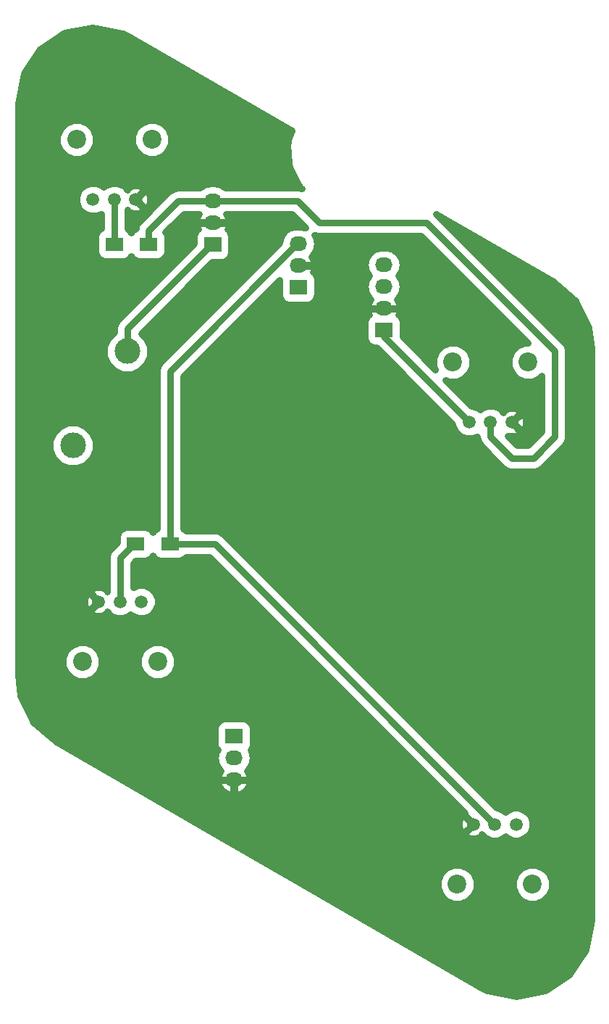
<source format=gbl>
%TF.GenerationSoftware,KiCad,Pcbnew,(2015-12-01 BZR 82, Git 6f5a49b)-brewed_product*%
%TF.CreationDate,2015-12-17T03:34:39-07:00*%
%TF.ProjectId,EMG Humbuckers,454D472048756D6275636B6572732E6B,rev?*%
%TF.FileFunction,Copper,L2,Bot,Signal*%
%FSLAX46Y46*%
G04 Gerber Fmt 4.6, Leading zero omitted, Abs format (unit mm)*
G04 Created by KiCad (PCBNEW (2015-12-01 BZR 82, Git 6f5a49b)-brewed_product) date Thursday, 17 December 2015 'amt' 03:34:39*
%MOMM*%
G01*
G04 APERTURE LIST*
%ADD10C,0.127000*%
%ADD11C,3.000000*%
%ADD12R,2.000000X1.600000*%
%ADD13R,2.032000X1.727200*%
%ADD14O,2.032000X1.727200*%
%ADD15C,1.500000*%
%ADD16C,2.200000*%
%ADD17C,0.762000*%
G04 APERTURE END LIST*
D10*
D11*
X92500000Y-77500000D03*
X86150000Y-88498523D03*
D12*
X91000000Y-65000000D03*
X95000000Y-65000000D03*
X93500000Y-100000000D03*
X97500000Y-100000000D03*
D13*
X102500000Y-65040000D03*
D14*
X102500000Y-62500000D03*
X102500000Y-59960000D03*
D13*
X112500000Y-70040000D03*
D14*
X112500000Y-67500000D03*
X112500000Y-64960000D03*
D13*
X105000000Y-122460000D03*
D14*
X105000000Y-125000000D03*
X105000000Y-127540000D03*
D15*
X137490000Y-85780000D03*
X134990000Y-85780000D03*
X132490000Y-85780000D03*
D16*
X139390000Y-78780000D03*
X130590000Y-78780000D03*
D15*
X93510000Y-59780000D03*
X91010000Y-59780000D03*
X88510000Y-59780000D03*
D16*
X95410000Y-52780000D03*
X86610000Y-52780000D03*
D15*
X132980000Y-132720000D03*
X135480000Y-132720000D03*
X137980000Y-132720000D03*
D16*
X131080000Y-139720000D03*
X139880000Y-139720000D03*
D15*
X89170000Y-106750000D03*
X91670000Y-106750000D03*
X94170000Y-106750000D03*
D16*
X87270000Y-113750000D03*
X96070000Y-113750000D03*
D13*
X122500000Y-75040000D03*
D14*
X122500000Y-72500000D03*
X122500000Y-69960000D03*
X122500000Y-67420000D03*
D17*
X92500000Y-77500000D02*
X92500000Y-74887600D01*
X92500000Y-74887600D02*
X102347600Y-65040000D01*
X102347600Y-65040000D02*
X102500000Y-65040000D01*
X91000000Y-65000000D02*
X91000000Y-59790000D01*
X91000000Y-59790000D02*
X91010000Y-59780000D01*
X134990000Y-85780000D02*
X134990000Y-87490000D01*
X134990000Y-87490000D02*
X137500000Y-90000000D01*
X137500000Y-90000000D02*
X140000000Y-90000000D01*
X140000000Y-90000000D02*
X142500000Y-87500000D01*
X142500000Y-87500000D02*
X142500000Y-77500000D01*
X142500000Y-77500000D02*
X127500000Y-62500000D01*
X127500000Y-62500000D02*
X114949036Y-62500000D01*
X112409036Y-59960000D02*
X102500000Y-59960000D01*
X114949036Y-62500000D02*
X112409036Y-59960000D01*
X102500000Y-59960000D02*
X98478000Y-59960000D01*
X98478000Y-59960000D02*
X95000000Y-63438000D01*
X95000000Y-63438000D02*
X95000000Y-65000000D01*
X91670000Y-106750000D02*
X91670000Y-101630000D01*
X91670000Y-101630000D02*
X93300000Y-100000000D01*
X93300000Y-100000000D02*
X93500000Y-100000000D01*
X97500000Y-100000000D02*
X102760000Y-100000000D01*
X102760000Y-100000000D02*
X135480000Y-132720000D01*
X112500000Y-64960000D02*
X112347600Y-64960000D01*
X112347600Y-64960000D02*
X97500000Y-79807600D01*
X97500000Y-79807600D02*
X97500000Y-98438000D01*
X97500000Y-98438000D02*
X97500000Y-100000000D01*
X132490000Y-85780000D02*
X122500000Y-75790000D01*
X122500000Y-75790000D02*
X122500000Y-75040000D01*
G36*
X91944758Y-40353353D02*
X92982929Y-40867277D01*
X111741618Y-51691430D01*
X111338701Y-52869260D01*
X111338699Y-52869263D01*
X111338699Y-52869266D01*
X111338505Y-52869832D01*
X111307253Y-53102961D01*
X111275922Y-53335812D01*
X111275959Y-53336408D01*
X111275959Y-53336411D01*
X111275960Y-53336414D01*
X111416790Y-55583320D01*
X111416789Y-55583325D01*
X111537331Y-56038384D01*
X112527562Y-58060906D01*
X112527563Y-58060908D01*
X112588973Y-58141413D01*
X112813072Y-58435198D01*
X112813075Y-58435200D01*
X112931895Y-58540003D01*
X112409036Y-58436000D01*
X103956254Y-58436000D01*
X103462590Y-58106143D01*
X102694697Y-57953400D01*
X102305303Y-57953400D01*
X101537410Y-58106143D01*
X101043746Y-58436000D01*
X98478005Y-58436000D01*
X98478000Y-58435999D01*
X97894791Y-58552007D01*
X97400369Y-58882369D01*
X93922369Y-62360369D01*
X93592008Y-62854790D01*
X93535096Y-63140906D01*
X93187406Y-63364638D01*
X92998560Y-63641023D01*
X92835362Y-63387406D01*
X92524000Y-63174661D01*
X92524000Y-60943412D01*
X92542914Y-60924532D01*
X92579829Y-61168304D01*
X93181915Y-61418587D01*
X93833949Y-61419409D01*
X94436665Y-61170647D01*
X94440171Y-61168304D01*
X94488613Y-60848416D01*
X93510000Y-59869803D01*
X93495858Y-59883945D01*
X93406055Y-59794142D01*
X93420197Y-59780000D01*
X93599803Y-59780000D01*
X94578416Y-60758613D01*
X94898304Y-60710171D01*
X95148587Y-60108085D01*
X95149409Y-59456051D01*
X94900647Y-58853335D01*
X94898304Y-58849829D01*
X94578416Y-58801387D01*
X93599803Y-59780000D01*
X93420197Y-59780000D01*
X93406055Y-59765858D01*
X93495858Y-59676055D01*
X93510000Y-59690197D01*
X94488613Y-58711584D01*
X94440171Y-58391696D01*
X93838085Y-58141413D01*
X93186051Y-58140591D01*
X92583335Y-58389353D01*
X92579829Y-58391696D01*
X92542824Y-58636057D01*
X92083698Y-58176129D01*
X91388193Y-57887329D01*
X90635111Y-57886672D01*
X89939103Y-58174257D01*
X89760154Y-58352894D01*
X89583698Y-58176129D01*
X88888193Y-57887329D01*
X88135111Y-57886672D01*
X87439103Y-58174257D01*
X86906129Y-58706302D01*
X86617329Y-59401807D01*
X86616672Y-60154889D01*
X86904257Y-60850897D01*
X87436302Y-61383871D01*
X88131807Y-61672671D01*
X88884889Y-61673328D01*
X89476000Y-61429086D01*
X89476000Y-63178933D01*
X89187406Y-63364638D01*
X88926424Y-63746597D01*
X88834608Y-64200000D01*
X88834608Y-65800000D01*
X88914308Y-66223570D01*
X89164638Y-66612594D01*
X89546597Y-66873576D01*
X90000000Y-66965392D01*
X92000000Y-66965392D01*
X92423570Y-66885692D01*
X92812594Y-66635362D01*
X93001440Y-66358977D01*
X93164638Y-66612594D01*
X93546597Y-66873576D01*
X94000000Y-66965392D01*
X96000000Y-66965392D01*
X96423570Y-66885692D01*
X96812594Y-66635362D01*
X97073576Y-66253403D01*
X97165392Y-65800000D01*
X97165392Y-64200000D01*
X97085692Y-63776430D01*
X96980424Y-63612838D01*
X99109262Y-61484000D01*
X100953366Y-61484000D01*
X100704109Y-61887975D01*
X100627648Y-62163295D01*
X100818568Y-62436500D01*
X102436500Y-62436500D01*
X102436500Y-62416500D01*
X102563500Y-62416500D01*
X102563500Y-62436500D01*
X104181432Y-62436500D01*
X104372352Y-62163295D01*
X104295891Y-61887975D01*
X104046634Y-61484000D01*
X111777774Y-61484000D01*
X113384356Y-63090581D01*
X112694697Y-62953400D01*
X112305303Y-62953400D01*
X111537410Y-63106143D01*
X110886423Y-63541120D01*
X110451446Y-64192107D01*
X110325114Y-64827224D01*
X96422369Y-78729969D01*
X96092008Y-79224390D01*
X95976000Y-79807600D01*
X95976000Y-98178933D01*
X95687406Y-98364638D01*
X95498560Y-98641023D01*
X95335362Y-98387406D01*
X94953403Y-98126424D01*
X94500000Y-98034608D01*
X92500000Y-98034608D01*
X92076430Y-98114308D01*
X91687406Y-98364638D01*
X91426424Y-98746597D01*
X91334608Y-99200000D01*
X91334608Y-99810130D01*
X90592369Y-100552369D01*
X90262008Y-101046790D01*
X90146000Y-101630000D01*
X90146000Y-105596570D01*
X90137086Y-105605468D01*
X90100171Y-105361696D01*
X89498085Y-105111413D01*
X88846051Y-105110591D01*
X88243335Y-105359353D01*
X88239829Y-105361696D01*
X88191387Y-105681584D01*
X89170000Y-106660197D01*
X89184142Y-106646055D01*
X89273945Y-106735858D01*
X89259803Y-106750000D01*
X89273945Y-106764142D01*
X89184142Y-106853945D01*
X89170000Y-106839803D01*
X88191387Y-107818416D01*
X88239829Y-108138304D01*
X88841915Y-108388587D01*
X89493949Y-108389409D01*
X90096665Y-108140647D01*
X90100171Y-108138304D01*
X90137176Y-107893943D01*
X90596302Y-108353871D01*
X91291807Y-108642671D01*
X92044889Y-108643328D01*
X92740897Y-108355743D01*
X92919846Y-108177106D01*
X93096302Y-108353871D01*
X93791807Y-108642671D01*
X94544889Y-108643328D01*
X95240897Y-108355743D01*
X95773871Y-107823698D01*
X96062671Y-107128193D01*
X96063328Y-106375111D01*
X95775743Y-105679103D01*
X95243698Y-105146129D01*
X94548193Y-104857329D01*
X93795111Y-104856672D01*
X93194000Y-105105046D01*
X93194000Y-102261262D01*
X93489870Y-101965392D01*
X94500000Y-101965392D01*
X94923570Y-101885692D01*
X95312594Y-101635362D01*
X95501440Y-101358977D01*
X95664638Y-101612594D01*
X96046597Y-101873576D01*
X96500000Y-101965392D01*
X98500000Y-101965392D01*
X98923570Y-101885692D01*
X99312594Y-101635362D01*
X99388685Y-101524000D01*
X102128738Y-101524000D01*
X132034916Y-131430178D01*
X132001387Y-131651584D01*
X132980000Y-132630197D01*
X132994142Y-132616055D01*
X133083945Y-132705858D01*
X133069803Y-132720000D01*
X133083945Y-132734142D01*
X132994142Y-132823945D01*
X132980000Y-132809803D01*
X132001387Y-133788416D01*
X132049829Y-134108304D01*
X132651915Y-134358587D01*
X133303949Y-134359409D01*
X133906665Y-134110647D01*
X133910171Y-134108304D01*
X133947176Y-133863943D01*
X134406302Y-134323871D01*
X135101807Y-134612671D01*
X135854889Y-134613328D01*
X136550897Y-134325743D01*
X136729846Y-134147106D01*
X136906302Y-134323871D01*
X137601807Y-134612671D01*
X138354889Y-134613328D01*
X139050897Y-134325743D01*
X139583871Y-133793698D01*
X139872671Y-133098193D01*
X139873328Y-132345111D01*
X139585743Y-131649103D01*
X139053698Y-131116129D01*
X138358193Y-130827329D01*
X137605111Y-130826672D01*
X136909103Y-131114257D01*
X136730154Y-131292894D01*
X136553698Y-131116129D01*
X135858193Y-130827329D01*
X135742490Y-130827228D01*
X103837631Y-98922369D01*
X103574569Y-98746597D01*
X103343210Y-98592008D01*
X102760000Y-98476000D01*
X99392371Y-98476000D01*
X99335362Y-98387406D01*
X99024000Y-98174661D01*
X99024000Y-80438862D01*
X110326771Y-69136091D01*
X110318608Y-69176400D01*
X110318608Y-70903600D01*
X110398308Y-71327170D01*
X110648638Y-71716194D01*
X111030597Y-71977176D01*
X111484000Y-72068992D01*
X113516000Y-72068992D01*
X113939570Y-71989292D01*
X114328594Y-71738962D01*
X114589576Y-71357003D01*
X114681392Y-70903600D01*
X114681392Y-69176400D01*
X114601692Y-68752830D01*
X114351362Y-68363806D01*
X114203061Y-68262476D01*
X114295891Y-68112025D01*
X114372352Y-67836705D01*
X114181432Y-67563500D01*
X112563500Y-67563500D01*
X112563500Y-67583500D01*
X112436500Y-67583500D01*
X112436500Y-67563500D01*
X112416500Y-67563500D01*
X112416500Y-67436500D01*
X112436500Y-67436500D01*
X112436500Y-67416500D01*
X112563500Y-67416500D01*
X112563500Y-67436500D01*
X114181432Y-67436500D01*
X114192962Y-67420000D01*
X120298703Y-67420000D01*
X120451446Y-68187893D01*
X120786944Y-68690000D01*
X120451446Y-69192107D01*
X120298703Y-69960000D01*
X120451446Y-70727893D01*
X120886423Y-71378880D01*
X120979749Y-71441239D01*
X120704109Y-71887975D01*
X120627648Y-72163295D01*
X120818568Y-72436500D01*
X122436500Y-72436500D01*
X122436500Y-72416500D01*
X122563500Y-72416500D01*
X122563500Y-72436500D01*
X124181432Y-72436500D01*
X124372352Y-72163295D01*
X124295891Y-71887975D01*
X124020251Y-71441239D01*
X124113577Y-71378880D01*
X124548554Y-70727893D01*
X124701297Y-69960000D01*
X124548554Y-69192107D01*
X124213056Y-68690000D01*
X124548554Y-68187893D01*
X124701297Y-67420000D01*
X124548554Y-66652107D01*
X124113577Y-66001120D01*
X123462590Y-65566143D01*
X122694697Y-65413400D01*
X122305303Y-65413400D01*
X121537410Y-65566143D01*
X120886423Y-66001120D01*
X120451446Y-66652107D01*
X120298703Y-67420000D01*
X114192962Y-67420000D01*
X114372352Y-67163295D01*
X114295891Y-66887975D01*
X114020251Y-66441239D01*
X114113577Y-66378880D01*
X114548554Y-65727893D01*
X114701297Y-64960000D01*
X114548554Y-64192107D01*
X114352977Y-63899407D01*
X114365826Y-63907992D01*
X114949036Y-64024000D01*
X126868738Y-64024000D01*
X139381730Y-76536992D01*
X138945797Y-76536611D01*
X138121102Y-76877368D01*
X137489586Y-77507784D01*
X137147390Y-78331882D01*
X137146611Y-79224203D01*
X137487368Y-80048898D01*
X138117784Y-80680414D01*
X138941882Y-81022610D01*
X139834203Y-81023389D01*
X140658898Y-80682632D01*
X140976000Y-80366082D01*
X140976000Y-86868738D01*
X139368738Y-88476000D01*
X138131262Y-88476000D01*
X137011196Y-87355934D01*
X137161915Y-87418587D01*
X137813949Y-87419409D01*
X138416665Y-87170647D01*
X138420171Y-87168304D01*
X138468613Y-86848416D01*
X137490000Y-85869803D01*
X137475858Y-85883945D01*
X137386055Y-85794142D01*
X137400197Y-85780000D01*
X137579803Y-85780000D01*
X138558416Y-86758613D01*
X138878304Y-86710171D01*
X139128587Y-86108085D01*
X139129409Y-85456051D01*
X138880647Y-84853335D01*
X138878304Y-84849829D01*
X138558416Y-84801387D01*
X137579803Y-85780000D01*
X137400197Y-85780000D01*
X137386055Y-85765858D01*
X137475858Y-85676055D01*
X137490000Y-85690197D01*
X138468613Y-84711584D01*
X138420171Y-84391696D01*
X137818085Y-84141413D01*
X137166051Y-84140591D01*
X136563335Y-84389353D01*
X136559829Y-84391696D01*
X136522824Y-84636057D01*
X136063698Y-84176129D01*
X135368193Y-83887329D01*
X134615111Y-83886672D01*
X133919103Y-84174257D01*
X133740154Y-84352894D01*
X133563698Y-84176129D01*
X132868193Y-83887329D01*
X132752489Y-83887228D01*
X129707500Y-80842238D01*
X130141882Y-81022610D01*
X131034203Y-81023389D01*
X131858898Y-80682632D01*
X132490414Y-80052216D01*
X132832610Y-79228118D01*
X132833389Y-78335797D01*
X132492632Y-77511102D01*
X131862216Y-76879586D01*
X131038118Y-76537390D01*
X130145797Y-76536611D01*
X129321102Y-76877368D01*
X128689586Y-77507784D01*
X128347390Y-78331882D01*
X128346611Y-79224203D01*
X128527676Y-79662415D01*
X124681392Y-75816130D01*
X124681392Y-74176400D01*
X124601692Y-73752830D01*
X124351362Y-73363806D01*
X124203061Y-73262476D01*
X124295891Y-73112025D01*
X124372352Y-72836705D01*
X124181432Y-72563500D01*
X122563500Y-72563500D01*
X122563500Y-72583500D01*
X122436500Y-72583500D01*
X122436500Y-72563500D01*
X120818568Y-72563500D01*
X120627648Y-72836705D01*
X120704109Y-73112025D01*
X120795960Y-73260890D01*
X120671406Y-73341038D01*
X120410424Y-73722997D01*
X120318608Y-74176400D01*
X120318608Y-75903600D01*
X120398308Y-76327170D01*
X120648638Y-76716194D01*
X121030597Y-76977176D01*
X121484000Y-77068992D01*
X121623730Y-77068992D01*
X130596770Y-86042032D01*
X130596672Y-86154889D01*
X130884257Y-86850897D01*
X131416302Y-87383871D01*
X132111807Y-87672671D01*
X132864889Y-87673328D01*
X133466000Y-87424954D01*
X133466000Y-87490000D01*
X133582008Y-88073210D01*
X133588690Y-88083210D01*
X133912369Y-88567631D01*
X136422369Y-91077631D01*
X136916790Y-91407992D01*
X137500000Y-91524000D01*
X140000000Y-91524000D01*
X140583210Y-91407992D01*
X141077631Y-91077631D01*
X143577631Y-88577631D01*
X143907993Y-88083209D01*
X144024000Y-87500000D01*
X144024000Y-77500000D01*
X143907992Y-76916790D01*
X143577631Y-76422369D01*
X143577628Y-76422367D01*
X128595049Y-61439787D01*
X142289252Y-69337100D01*
X144960390Y-71670281D01*
X146503711Y-74784265D01*
X146814035Y-77123505D01*
X146814035Y-143924998D01*
X146122832Y-147399905D01*
X144221765Y-150245055D01*
X141376616Y-152146122D01*
X138020535Y-152813689D01*
X134585777Y-152130472D01*
X133571731Y-151628491D01*
X113715024Y-140164203D01*
X128836611Y-140164203D01*
X129177368Y-140988898D01*
X129807784Y-141620414D01*
X130631882Y-141962610D01*
X131524203Y-141963389D01*
X132348898Y-141622632D01*
X132980414Y-140992216D01*
X133322610Y-140168118D01*
X133322613Y-140164203D01*
X137636611Y-140164203D01*
X137977368Y-140988898D01*
X138607784Y-141620414D01*
X139431882Y-141962610D01*
X140324203Y-141963389D01*
X141148898Y-141622632D01*
X141780414Y-140992216D01*
X142122610Y-140168118D01*
X142123389Y-139275797D01*
X141782632Y-138451102D01*
X141152216Y-137819586D01*
X140328118Y-137477390D01*
X139435797Y-137476611D01*
X138611102Y-137817368D01*
X137979586Y-138447784D01*
X137637390Y-139271882D01*
X137636611Y-140164203D01*
X133322613Y-140164203D01*
X133323389Y-139275797D01*
X132982632Y-138451102D01*
X132352216Y-137819586D01*
X131528118Y-137477390D01*
X130635797Y-137476611D01*
X129811102Y-137817368D01*
X129179586Y-138447784D01*
X128837390Y-139271882D01*
X128836611Y-140164203D01*
X113715024Y-140164203D01*
X101382395Y-133043949D01*
X131340591Y-133043949D01*
X131589353Y-133646665D01*
X131591696Y-133650171D01*
X131911584Y-133698613D01*
X132890197Y-132720000D01*
X131911584Y-131741387D01*
X131591696Y-131789829D01*
X131341413Y-132391915D01*
X131340591Y-133043949D01*
X101382395Y-133043949D01*
X92432475Y-127876705D01*
X103127648Y-127876705D01*
X103204109Y-128152025D01*
X103563424Y-128734374D01*
X104118243Y-129134891D01*
X104784100Y-129292600D01*
X104936500Y-129292600D01*
X104936500Y-127603500D01*
X105063500Y-127603500D01*
X105063500Y-129292600D01*
X105215900Y-129292600D01*
X105881757Y-129134891D01*
X106436576Y-128734374D01*
X106795891Y-128152025D01*
X106872352Y-127876705D01*
X106681432Y-127603500D01*
X105063500Y-127603500D01*
X104936500Y-127603500D01*
X103318568Y-127603500D01*
X103127648Y-127876705D01*
X92432475Y-127876705D01*
X87449881Y-125000000D01*
X102798703Y-125000000D01*
X102951446Y-125767893D01*
X103386423Y-126418880D01*
X103479749Y-126481239D01*
X103204109Y-126927975D01*
X103127648Y-127203295D01*
X103318568Y-127476500D01*
X104936500Y-127476500D01*
X104936500Y-127456500D01*
X105063500Y-127456500D01*
X105063500Y-127476500D01*
X106681432Y-127476500D01*
X106872352Y-127203295D01*
X106795891Y-126927975D01*
X106520251Y-126481239D01*
X106613577Y-126418880D01*
X107048554Y-125767893D01*
X107201297Y-125000000D01*
X107048554Y-124232107D01*
X106915092Y-124032368D01*
X107089576Y-123777003D01*
X107181392Y-123323600D01*
X107181392Y-121596400D01*
X107101692Y-121172830D01*
X106851362Y-120783806D01*
X106469403Y-120522824D01*
X106016000Y-120431008D01*
X103984000Y-120431008D01*
X103560430Y-120510708D01*
X103171406Y-120761038D01*
X102910424Y-121142997D01*
X102818608Y-121596400D01*
X102818608Y-123323600D01*
X102898308Y-123747170D01*
X103083339Y-124034716D01*
X102951446Y-124232107D01*
X102798703Y-125000000D01*
X87449881Y-125000000D01*
X84243944Y-123149050D01*
X81570144Y-120813542D01*
X80026824Y-117699560D01*
X79716500Y-115360320D01*
X79716500Y-114194203D01*
X85026611Y-114194203D01*
X85367368Y-115018898D01*
X85997784Y-115650414D01*
X86821882Y-115992610D01*
X87714203Y-115993389D01*
X88538898Y-115652632D01*
X89170414Y-115022216D01*
X89512610Y-114198118D01*
X89512613Y-114194203D01*
X93826611Y-114194203D01*
X94167368Y-115018898D01*
X94797784Y-115650414D01*
X95621882Y-115992610D01*
X96514203Y-115993389D01*
X97338898Y-115652632D01*
X97970414Y-115022216D01*
X98312610Y-114198118D01*
X98313389Y-113305797D01*
X97972632Y-112481102D01*
X97342216Y-111849586D01*
X96518118Y-111507390D01*
X95625797Y-111506611D01*
X94801102Y-111847368D01*
X94169586Y-112477784D01*
X93827390Y-113301882D01*
X93826611Y-114194203D01*
X89512613Y-114194203D01*
X89513389Y-113305797D01*
X89172632Y-112481102D01*
X88542216Y-111849586D01*
X87718118Y-111507390D01*
X86825797Y-111506611D01*
X86001102Y-111847368D01*
X85369586Y-112477784D01*
X85027390Y-113301882D01*
X85026611Y-114194203D01*
X79716500Y-114194203D01*
X79716500Y-107073949D01*
X87530591Y-107073949D01*
X87779353Y-107676665D01*
X87781696Y-107680171D01*
X88101584Y-107728613D01*
X89080197Y-106750000D01*
X88101584Y-105771387D01*
X87781696Y-105819829D01*
X87531413Y-106421915D01*
X87530591Y-107073949D01*
X79716500Y-107073949D01*
X79716500Y-89021942D01*
X83506543Y-89021942D01*
X83908068Y-89993706D01*
X84650906Y-90737842D01*
X85621968Y-91141063D01*
X86673419Y-91141980D01*
X87645183Y-90740455D01*
X88389319Y-89997617D01*
X88792540Y-89026555D01*
X88793457Y-87975104D01*
X88391932Y-87003340D01*
X87649094Y-86259204D01*
X86678032Y-85855983D01*
X85626581Y-85855066D01*
X84654817Y-86256591D01*
X83910681Y-86999429D01*
X83507460Y-87970491D01*
X83506543Y-89021942D01*
X79716500Y-89021942D01*
X79716500Y-78023419D01*
X89856543Y-78023419D01*
X90258068Y-78995183D01*
X91000906Y-79739319D01*
X91971968Y-80142540D01*
X93023419Y-80143457D01*
X93995183Y-79741932D01*
X94739319Y-78999094D01*
X95142540Y-78028032D01*
X95143457Y-76976581D01*
X94741932Y-76004817D01*
X94140514Y-75402348D01*
X102473869Y-67068992D01*
X103516000Y-67068992D01*
X103939570Y-66989292D01*
X104328594Y-66738962D01*
X104589576Y-66357003D01*
X104681392Y-65903600D01*
X104681392Y-64176400D01*
X104601692Y-63752830D01*
X104351362Y-63363806D01*
X104203061Y-63262476D01*
X104295891Y-63112025D01*
X104372352Y-62836705D01*
X104181432Y-62563500D01*
X102563500Y-62563500D01*
X102563500Y-62583500D01*
X102436500Y-62583500D01*
X102436500Y-62563500D01*
X100818568Y-62563500D01*
X100627648Y-62836705D01*
X100704109Y-63112025D01*
X100795960Y-63260890D01*
X100671406Y-63341038D01*
X100410424Y-63722997D01*
X100318608Y-64176400D01*
X100318608Y-64913731D01*
X91422369Y-73809969D01*
X91092008Y-74304390D01*
X90976000Y-74887600D01*
X90976000Y-75286835D01*
X90260681Y-76000906D01*
X89857460Y-76971968D01*
X89856543Y-78023419D01*
X79716500Y-78023419D01*
X79716500Y-53224203D01*
X84366611Y-53224203D01*
X84707368Y-54048898D01*
X85337784Y-54680414D01*
X86161882Y-55022610D01*
X87054203Y-55023389D01*
X87878898Y-54682632D01*
X88510414Y-54052216D01*
X88852610Y-53228118D01*
X88852613Y-53224203D01*
X93166611Y-53224203D01*
X93507368Y-54048898D01*
X94137784Y-54680414D01*
X94961882Y-55022610D01*
X95854203Y-55023389D01*
X96678898Y-54682632D01*
X97310414Y-54052216D01*
X97652610Y-53228118D01*
X97653389Y-52335797D01*
X97312632Y-51511102D01*
X96682216Y-50879586D01*
X95858118Y-50537390D01*
X94965797Y-50536611D01*
X94141102Y-50877368D01*
X93509586Y-51507784D01*
X93167390Y-52331882D01*
X93166611Y-53224203D01*
X88852613Y-53224203D01*
X88853389Y-52335797D01*
X88512632Y-51511102D01*
X87882216Y-50879586D01*
X87058118Y-50537390D01*
X86165797Y-50536611D01*
X85341102Y-50877368D01*
X84709586Y-51507784D01*
X84367390Y-52331882D01*
X84366611Y-53224203D01*
X79716500Y-53224203D01*
X79716500Y-48558828D01*
X80407703Y-45083919D01*
X82308770Y-42238770D01*
X85153920Y-40337703D01*
X88510000Y-39670136D01*
X91944758Y-40353353D01*
X91944758Y-40353353D01*
G37*
X91944758Y-40353353D02*
X92982929Y-40867277D01*
X111741618Y-51691430D01*
X111338701Y-52869260D01*
X111338699Y-52869263D01*
X111338699Y-52869266D01*
X111338505Y-52869832D01*
X111307253Y-53102961D01*
X111275922Y-53335812D01*
X111275959Y-53336408D01*
X111275959Y-53336411D01*
X111275960Y-53336414D01*
X111416790Y-55583320D01*
X111416789Y-55583325D01*
X111537331Y-56038384D01*
X112527562Y-58060906D01*
X112527563Y-58060908D01*
X112588973Y-58141413D01*
X112813072Y-58435198D01*
X112813075Y-58435200D01*
X112931895Y-58540003D01*
X112409036Y-58436000D01*
X103956254Y-58436000D01*
X103462590Y-58106143D01*
X102694697Y-57953400D01*
X102305303Y-57953400D01*
X101537410Y-58106143D01*
X101043746Y-58436000D01*
X98478005Y-58436000D01*
X98478000Y-58435999D01*
X97894791Y-58552007D01*
X97400369Y-58882369D01*
X93922369Y-62360369D01*
X93592008Y-62854790D01*
X93535096Y-63140906D01*
X93187406Y-63364638D01*
X92998560Y-63641023D01*
X92835362Y-63387406D01*
X92524000Y-63174661D01*
X92524000Y-60943412D01*
X92542914Y-60924532D01*
X92579829Y-61168304D01*
X93181915Y-61418587D01*
X93833949Y-61419409D01*
X94436665Y-61170647D01*
X94440171Y-61168304D01*
X94488613Y-60848416D01*
X93510000Y-59869803D01*
X93495858Y-59883945D01*
X93406055Y-59794142D01*
X93420197Y-59780000D01*
X93599803Y-59780000D01*
X94578416Y-60758613D01*
X94898304Y-60710171D01*
X95148587Y-60108085D01*
X95149409Y-59456051D01*
X94900647Y-58853335D01*
X94898304Y-58849829D01*
X94578416Y-58801387D01*
X93599803Y-59780000D01*
X93420197Y-59780000D01*
X93406055Y-59765858D01*
X93495858Y-59676055D01*
X93510000Y-59690197D01*
X94488613Y-58711584D01*
X94440171Y-58391696D01*
X93838085Y-58141413D01*
X93186051Y-58140591D01*
X92583335Y-58389353D01*
X92579829Y-58391696D01*
X92542824Y-58636057D01*
X92083698Y-58176129D01*
X91388193Y-57887329D01*
X90635111Y-57886672D01*
X89939103Y-58174257D01*
X89760154Y-58352894D01*
X89583698Y-58176129D01*
X88888193Y-57887329D01*
X88135111Y-57886672D01*
X87439103Y-58174257D01*
X86906129Y-58706302D01*
X86617329Y-59401807D01*
X86616672Y-60154889D01*
X86904257Y-60850897D01*
X87436302Y-61383871D01*
X88131807Y-61672671D01*
X88884889Y-61673328D01*
X89476000Y-61429086D01*
X89476000Y-63178933D01*
X89187406Y-63364638D01*
X88926424Y-63746597D01*
X88834608Y-64200000D01*
X88834608Y-65800000D01*
X88914308Y-66223570D01*
X89164638Y-66612594D01*
X89546597Y-66873576D01*
X90000000Y-66965392D01*
X92000000Y-66965392D01*
X92423570Y-66885692D01*
X92812594Y-66635362D01*
X93001440Y-66358977D01*
X93164638Y-66612594D01*
X93546597Y-66873576D01*
X94000000Y-66965392D01*
X96000000Y-66965392D01*
X96423570Y-66885692D01*
X96812594Y-66635362D01*
X97073576Y-66253403D01*
X97165392Y-65800000D01*
X97165392Y-64200000D01*
X97085692Y-63776430D01*
X96980424Y-63612838D01*
X99109262Y-61484000D01*
X100953366Y-61484000D01*
X100704109Y-61887975D01*
X100627648Y-62163295D01*
X100818568Y-62436500D01*
X102436500Y-62436500D01*
X102436500Y-62416500D01*
X102563500Y-62416500D01*
X102563500Y-62436500D01*
X104181432Y-62436500D01*
X104372352Y-62163295D01*
X104295891Y-61887975D01*
X104046634Y-61484000D01*
X111777774Y-61484000D01*
X113384356Y-63090581D01*
X112694697Y-62953400D01*
X112305303Y-62953400D01*
X111537410Y-63106143D01*
X110886423Y-63541120D01*
X110451446Y-64192107D01*
X110325114Y-64827224D01*
X96422369Y-78729969D01*
X96092008Y-79224390D01*
X95976000Y-79807600D01*
X95976000Y-98178933D01*
X95687406Y-98364638D01*
X95498560Y-98641023D01*
X95335362Y-98387406D01*
X94953403Y-98126424D01*
X94500000Y-98034608D01*
X92500000Y-98034608D01*
X92076430Y-98114308D01*
X91687406Y-98364638D01*
X91426424Y-98746597D01*
X91334608Y-99200000D01*
X91334608Y-99810130D01*
X90592369Y-100552369D01*
X90262008Y-101046790D01*
X90146000Y-101630000D01*
X90146000Y-105596570D01*
X90137086Y-105605468D01*
X90100171Y-105361696D01*
X89498085Y-105111413D01*
X88846051Y-105110591D01*
X88243335Y-105359353D01*
X88239829Y-105361696D01*
X88191387Y-105681584D01*
X89170000Y-106660197D01*
X89184142Y-106646055D01*
X89273945Y-106735858D01*
X89259803Y-106750000D01*
X89273945Y-106764142D01*
X89184142Y-106853945D01*
X89170000Y-106839803D01*
X88191387Y-107818416D01*
X88239829Y-108138304D01*
X88841915Y-108388587D01*
X89493949Y-108389409D01*
X90096665Y-108140647D01*
X90100171Y-108138304D01*
X90137176Y-107893943D01*
X90596302Y-108353871D01*
X91291807Y-108642671D01*
X92044889Y-108643328D01*
X92740897Y-108355743D01*
X92919846Y-108177106D01*
X93096302Y-108353871D01*
X93791807Y-108642671D01*
X94544889Y-108643328D01*
X95240897Y-108355743D01*
X95773871Y-107823698D01*
X96062671Y-107128193D01*
X96063328Y-106375111D01*
X95775743Y-105679103D01*
X95243698Y-105146129D01*
X94548193Y-104857329D01*
X93795111Y-104856672D01*
X93194000Y-105105046D01*
X93194000Y-102261262D01*
X93489870Y-101965392D01*
X94500000Y-101965392D01*
X94923570Y-101885692D01*
X95312594Y-101635362D01*
X95501440Y-101358977D01*
X95664638Y-101612594D01*
X96046597Y-101873576D01*
X96500000Y-101965392D01*
X98500000Y-101965392D01*
X98923570Y-101885692D01*
X99312594Y-101635362D01*
X99388685Y-101524000D01*
X102128738Y-101524000D01*
X132034916Y-131430178D01*
X132001387Y-131651584D01*
X132980000Y-132630197D01*
X132994142Y-132616055D01*
X133083945Y-132705858D01*
X133069803Y-132720000D01*
X133083945Y-132734142D01*
X132994142Y-132823945D01*
X132980000Y-132809803D01*
X132001387Y-133788416D01*
X132049829Y-134108304D01*
X132651915Y-134358587D01*
X133303949Y-134359409D01*
X133906665Y-134110647D01*
X133910171Y-134108304D01*
X133947176Y-133863943D01*
X134406302Y-134323871D01*
X135101807Y-134612671D01*
X135854889Y-134613328D01*
X136550897Y-134325743D01*
X136729846Y-134147106D01*
X136906302Y-134323871D01*
X137601807Y-134612671D01*
X138354889Y-134613328D01*
X139050897Y-134325743D01*
X139583871Y-133793698D01*
X139872671Y-133098193D01*
X139873328Y-132345111D01*
X139585743Y-131649103D01*
X139053698Y-131116129D01*
X138358193Y-130827329D01*
X137605111Y-130826672D01*
X136909103Y-131114257D01*
X136730154Y-131292894D01*
X136553698Y-131116129D01*
X135858193Y-130827329D01*
X135742490Y-130827228D01*
X103837631Y-98922369D01*
X103574569Y-98746597D01*
X103343210Y-98592008D01*
X102760000Y-98476000D01*
X99392371Y-98476000D01*
X99335362Y-98387406D01*
X99024000Y-98174661D01*
X99024000Y-80438862D01*
X110326771Y-69136091D01*
X110318608Y-69176400D01*
X110318608Y-70903600D01*
X110398308Y-71327170D01*
X110648638Y-71716194D01*
X111030597Y-71977176D01*
X111484000Y-72068992D01*
X113516000Y-72068992D01*
X113939570Y-71989292D01*
X114328594Y-71738962D01*
X114589576Y-71357003D01*
X114681392Y-70903600D01*
X114681392Y-69176400D01*
X114601692Y-68752830D01*
X114351362Y-68363806D01*
X114203061Y-68262476D01*
X114295891Y-68112025D01*
X114372352Y-67836705D01*
X114181432Y-67563500D01*
X112563500Y-67563500D01*
X112563500Y-67583500D01*
X112436500Y-67583500D01*
X112436500Y-67563500D01*
X112416500Y-67563500D01*
X112416500Y-67436500D01*
X112436500Y-67436500D01*
X112436500Y-67416500D01*
X112563500Y-67416500D01*
X112563500Y-67436500D01*
X114181432Y-67436500D01*
X114192962Y-67420000D01*
X120298703Y-67420000D01*
X120451446Y-68187893D01*
X120786944Y-68690000D01*
X120451446Y-69192107D01*
X120298703Y-69960000D01*
X120451446Y-70727893D01*
X120886423Y-71378880D01*
X120979749Y-71441239D01*
X120704109Y-71887975D01*
X120627648Y-72163295D01*
X120818568Y-72436500D01*
X122436500Y-72436500D01*
X122436500Y-72416500D01*
X122563500Y-72416500D01*
X122563500Y-72436500D01*
X124181432Y-72436500D01*
X124372352Y-72163295D01*
X124295891Y-71887975D01*
X124020251Y-71441239D01*
X124113577Y-71378880D01*
X124548554Y-70727893D01*
X124701297Y-69960000D01*
X124548554Y-69192107D01*
X124213056Y-68690000D01*
X124548554Y-68187893D01*
X124701297Y-67420000D01*
X124548554Y-66652107D01*
X124113577Y-66001120D01*
X123462590Y-65566143D01*
X122694697Y-65413400D01*
X122305303Y-65413400D01*
X121537410Y-65566143D01*
X120886423Y-66001120D01*
X120451446Y-66652107D01*
X120298703Y-67420000D01*
X114192962Y-67420000D01*
X114372352Y-67163295D01*
X114295891Y-66887975D01*
X114020251Y-66441239D01*
X114113577Y-66378880D01*
X114548554Y-65727893D01*
X114701297Y-64960000D01*
X114548554Y-64192107D01*
X114352977Y-63899407D01*
X114365826Y-63907992D01*
X114949036Y-64024000D01*
X126868738Y-64024000D01*
X139381730Y-76536992D01*
X138945797Y-76536611D01*
X138121102Y-76877368D01*
X137489586Y-77507784D01*
X137147390Y-78331882D01*
X137146611Y-79224203D01*
X137487368Y-80048898D01*
X138117784Y-80680414D01*
X138941882Y-81022610D01*
X139834203Y-81023389D01*
X140658898Y-80682632D01*
X140976000Y-80366082D01*
X140976000Y-86868738D01*
X139368738Y-88476000D01*
X138131262Y-88476000D01*
X137011196Y-87355934D01*
X137161915Y-87418587D01*
X137813949Y-87419409D01*
X138416665Y-87170647D01*
X138420171Y-87168304D01*
X138468613Y-86848416D01*
X137490000Y-85869803D01*
X137475858Y-85883945D01*
X137386055Y-85794142D01*
X137400197Y-85780000D01*
X137579803Y-85780000D01*
X138558416Y-86758613D01*
X138878304Y-86710171D01*
X139128587Y-86108085D01*
X139129409Y-85456051D01*
X138880647Y-84853335D01*
X138878304Y-84849829D01*
X138558416Y-84801387D01*
X137579803Y-85780000D01*
X137400197Y-85780000D01*
X137386055Y-85765858D01*
X137475858Y-85676055D01*
X137490000Y-85690197D01*
X138468613Y-84711584D01*
X138420171Y-84391696D01*
X137818085Y-84141413D01*
X137166051Y-84140591D01*
X136563335Y-84389353D01*
X136559829Y-84391696D01*
X136522824Y-84636057D01*
X136063698Y-84176129D01*
X135368193Y-83887329D01*
X134615111Y-83886672D01*
X133919103Y-84174257D01*
X133740154Y-84352894D01*
X133563698Y-84176129D01*
X132868193Y-83887329D01*
X132752489Y-83887228D01*
X129707500Y-80842238D01*
X130141882Y-81022610D01*
X131034203Y-81023389D01*
X131858898Y-80682632D01*
X132490414Y-80052216D01*
X132832610Y-79228118D01*
X132833389Y-78335797D01*
X132492632Y-77511102D01*
X131862216Y-76879586D01*
X131038118Y-76537390D01*
X130145797Y-76536611D01*
X129321102Y-76877368D01*
X128689586Y-77507784D01*
X128347390Y-78331882D01*
X128346611Y-79224203D01*
X128527676Y-79662415D01*
X124681392Y-75816130D01*
X124681392Y-74176400D01*
X124601692Y-73752830D01*
X124351362Y-73363806D01*
X124203061Y-73262476D01*
X124295891Y-73112025D01*
X124372352Y-72836705D01*
X124181432Y-72563500D01*
X122563500Y-72563500D01*
X122563500Y-72583500D01*
X122436500Y-72583500D01*
X122436500Y-72563500D01*
X120818568Y-72563500D01*
X120627648Y-72836705D01*
X120704109Y-73112025D01*
X120795960Y-73260890D01*
X120671406Y-73341038D01*
X120410424Y-73722997D01*
X120318608Y-74176400D01*
X120318608Y-75903600D01*
X120398308Y-76327170D01*
X120648638Y-76716194D01*
X121030597Y-76977176D01*
X121484000Y-77068992D01*
X121623730Y-77068992D01*
X130596770Y-86042032D01*
X130596672Y-86154889D01*
X130884257Y-86850897D01*
X131416302Y-87383871D01*
X132111807Y-87672671D01*
X132864889Y-87673328D01*
X133466000Y-87424954D01*
X133466000Y-87490000D01*
X133582008Y-88073210D01*
X133588690Y-88083210D01*
X133912369Y-88567631D01*
X136422369Y-91077631D01*
X136916790Y-91407992D01*
X137500000Y-91524000D01*
X140000000Y-91524000D01*
X140583210Y-91407992D01*
X141077631Y-91077631D01*
X143577631Y-88577631D01*
X143907993Y-88083209D01*
X144024000Y-87500000D01*
X144024000Y-77500000D01*
X143907992Y-76916790D01*
X143577631Y-76422369D01*
X143577628Y-76422367D01*
X128595049Y-61439787D01*
X142289252Y-69337100D01*
X144960390Y-71670281D01*
X146503711Y-74784265D01*
X146814035Y-77123505D01*
X146814035Y-143924998D01*
X146122832Y-147399905D01*
X144221765Y-150245055D01*
X141376616Y-152146122D01*
X138020535Y-152813689D01*
X134585777Y-152130472D01*
X133571731Y-151628491D01*
X113715024Y-140164203D01*
X128836611Y-140164203D01*
X129177368Y-140988898D01*
X129807784Y-141620414D01*
X130631882Y-141962610D01*
X131524203Y-141963389D01*
X132348898Y-141622632D01*
X132980414Y-140992216D01*
X133322610Y-140168118D01*
X133322613Y-140164203D01*
X137636611Y-140164203D01*
X137977368Y-140988898D01*
X138607784Y-141620414D01*
X139431882Y-141962610D01*
X140324203Y-141963389D01*
X141148898Y-141622632D01*
X141780414Y-140992216D01*
X142122610Y-140168118D01*
X142123389Y-139275797D01*
X141782632Y-138451102D01*
X141152216Y-137819586D01*
X140328118Y-137477390D01*
X139435797Y-137476611D01*
X138611102Y-137817368D01*
X137979586Y-138447784D01*
X137637390Y-139271882D01*
X137636611Y-140164203D01*
X133322613Y-140164203D01*
X133323389Y-139275797D01*
X132982632Y-138451102D01*
X132352216Y-137819586D01*
X131528118Y-137477390D01*
X130635797Y-137476611D01*
X129811102Y-137817368D01*
X129179586Y-138447784D01*
X128837390Y-139271882D01*
X128836611Y-140164203D01*
X113715024Y-140164203D01*
X101382395Y-133043949D01*
X131340591Y-133043949D01*
X131589353Y-133646665D01*
X131591696Y-133650171D01*
X131911584Y-133698613D01*
X132890197Y-132720000D01*
X131911584Y-131741387D01*
X131591696Y-131789829D01*
X131341413Y-132391915D01*
X131340591Y-133043949D01*
X101382395Y-133043949D01*
X92432475Y-127876705D01*
X103127648Y-127876705D01*
X103204109Y-128152025D01*
X103563424Y-128734374D01*
X104118243Y-129134891D01*
X104784100Y-129292600D01*
X104936500Y-129292600D01*
X104936500Y-127603500D01*
X105063500Y-127603500D01*
X105063500Y-129292600D01*
X105215900Y-129292600D01*
X105881757Y-129134891D01*
X106436576Y-128734374D01*
X106795891Y-128152025D01*
X106872352Y-127876705D01*
X106681432Y-127603500D01*
X105063500Y-127603500D01*
X104936500Y-127603500D01*
X103318568Y-127603500D01*
X103127648Y-127876705D01*
X92432475Y-127876705D01*
X87449881Y-125000000D01*
X102798703Y-125000000D01*
X102951446Y-125767893D01*
X103386423Y-126418880D01*
X103479749Y-126481239D01*
X103204109Y-126927975D01*
X103127648Y-127203295D01*
X103318568Y-127476500D01*
X104936500Y-127476500D01*
X104936500Y-127456500D01*
X105063500Y-127456500D01*
X105063500Y-127476500D01*
X106681432Y-127476500D01*
X106872352Y-127203295D01*
X106795891Y-126927975D01*
X106520251Y-126481239D01*
X106613577Y-126418880D01*
X107048554Y-125767893D01*
X107201297Y-125000000D01*
X107048554Y-124232107D01*
X106915092Y-124032368D01*
X107089576Y-123777003D01*
X107181392Y-123323600D01*
X107181392Y-121596400D01*
X107101692Y-121172830D01*
X106851362Y-120783806D01*
X106469403Y-120522824D01*
X106016000Y-120431008D01*
X103984000Y-120431008D01*
X103560430Y-120510708D01*
X103171406Y-120761038D01*
X102910424Y-121142997D01*
X102818608Y-121596400D01*
X102818608Y-123323600D01*
X102898308Y-123747170D01*
X103083339Y-124034716D01*
X102951446Y-124232107D01*
X102798703Y-125000000D01*
X87449881Y-125000000D01*
X84243944Y-123149050D01*
X81570144Y-120813542D01*
X80026824Y-117699560D01*
X79716500Y-115360320D01*
X79716500Y-114194203D01*
X85026611Y-114194203D01*
X85367368Y-115018898D01*
X85997784Y-115650414D01*
X86821882Y-115992610D01*
X87714203Y-115993389D01*
X88538898Y-115652632D01*
X89170414Y-115022216D01*
X89512610Y-114198118D01*
X89512613Y-114194203D01*
X93826611Y-114194203D01*
X94167368Y-115018898D01*
X94797784Y-115650414D01*
X95621882Y-115992610D01*
X96514203Y-115993389D01*
X97338898Y-115652632D01*
X97970414Y-115022216D01*
X98312610Y-114198118D01*
X98313389Y-113305797D01*
X97972632Y-112481102D01*
X97342216Y-111849586D01*
X96518118Y-111507390D01*
X95625797Y-111506611D01*
X94801102Y-111847368D01*
X94169586Y-112477784D01*
X93827390Y-113301882D01*
X93826611Y-114194203D01*
X89512613Y-114194203D01*
X89513389Y-113305797D01*
X89172632Y-112481102D01*
X88542216Y-111849586D01*
X87718118Y-111507390D01*
X86825797Y-111506611D01*
X86001102Y-111847368D01*
X85369586Y-112477784D01*
X85027390Y-113301882D01*
X85026611Y-114194203D01*
X79716500Y-114194203D01*
X79716500Y-107073949D01*
X87530591Y-107073949D01*
X87779353Y-107676665D01*
X87781696Y-107680171D01*
X88101584Y-107728613D01*
X89080197Y-106750000D01*
X88101584Y-105771387D01*
X87781696Y-105819829D01*
X87531413Y-106421915D01*
X87530591Y-107073949D01*
X79716500Y-107073949D01*
X79716500Y-89021942D01*
X83506543Y-89021942D01*
X83908068Y-89993706D01*
X84650906Y-90737842D01*
X85621968Y-91141063D01*
X86673419Y-91141980D01*
X87645183Y-90740455D01*
X88389319Y-89997617D01*
X88792540Y-89026555D01*
X88793457Y-87975104D01*
X88391932Y-87003340D01*
X87649094Y-86259204D01*
X86678032Y-85855983D01*
X85626581Y-85855066D01*
X84654817Y-86256591D01*
X83910681Y-86999429D01*
X83507460Y-87970491D01*
X83506543Y-89021942D01*
X79716500Y-89021942D01*
X79716500Y-78023419D01*
X89856543Y-78023419D01*
X90258068Y-78995183D01*
X91000906Y-79739319D01*
X91971968Y-80142540D01*
X93023419Y-80143457D01*
X93995183Y-79741932D01*
X94739319Y-78999094D01*
X95142540Y-78028032D01*
X95143457Y-76976581D01*
X94741932Y-76004817D01*
X94140514Y-75402348D01*
X102473869Y-67068992D01*
X103516000Y-67068992D01*
X103939570Y-66989292D01*
X104328594Y-66738962D01*
X104589576Y-66357003D01*
X104681392Y-65903600D01*
X104681392Y-64176400D01*
X104601692Y-63752830D01*
X104351362Y-63363806D01*
X104203061Y-63262476D01*
X104295891Y-63112025D01*
X104372352Y-62836705D01*
X104181432Y-62563500D01*
X102563500Y-62563500D01*
X102563500Y-62583500D01*
X102436500Y-62583500D01*
X102436500Y-62563500D01*
X100818568Y-62563500D01*
X100627648Y-62836705D01*
X100704109Y-63112025D01*
X100795960Y-63260890D01*
X100671406Y-63341038D01*
X100410424Y-63722997D01*
X100318608Y-64176400D01*
X100318608Y-64913731D01*
X91422369Y-73809969D01*
X91092008Y-74304390D01*
X90976000Y-74887600D01*
X90976000Y-75286835D01*
X90260681Y-76000906D01*
X89857460Y-76971968D01*
X89856543Y-78023419D01*
X79716500Y-78023419D01*
X79716500Y-53224203D01*
X84366611Y-53224203D01*
X84707368Y-54048898D01*
X85337784Y-54680414D01*
X86161882Y-55022610D01*
X87054203Y-55023389D01*
X87878898Y-54682632D01*
X88510414Y-54052216D01*
X88852610Y-53228118D01*
X88852613Y-53224203D01*
X93166611Y-53224203D01*
X93507368Y-54048898D01*
X94137784Y-54680414D01*
X94961882Y-55022610D01*
X95854203Y-55023389D01*
X96678898Y-54682632D01*
X97310414Y-54052216D01*
X97652610Y-53228118D01*
X97653389Y-52335797D01*
X97312632Y-51511102D01*
X96682216Y-50879586D01*
X95858118Y-50537390D01*
X94965797Y-50536611D01*
X94141102Y-50877368D01*
X93509586Y-51507784D01*
X93167390Y-52331882D01*
X93166611Y-53224203D01*
X88852613Y-53224203D01*
X88853389Y-52335797D01*
X88512632Y-51511102D01*
X87882216Y-50879586D01*
X87058118Y-50537390D01*
X86165797Y-50536611D01*
X85341102Y-50877368D01*
X84709586Y-51507784D01*
X84367390Y-52331882D01*
X84366611Y-53224203D01*
X79716500Y-53224203D01*
X79716500Y-48558828D01*
X80407703Y-45083919D01*
X82308770Y-42238770D01*
X85153920Y-40337703D01*
X88510000Y-39670136D01*
X91944758Y-40353353D01*
M02*

</source>
